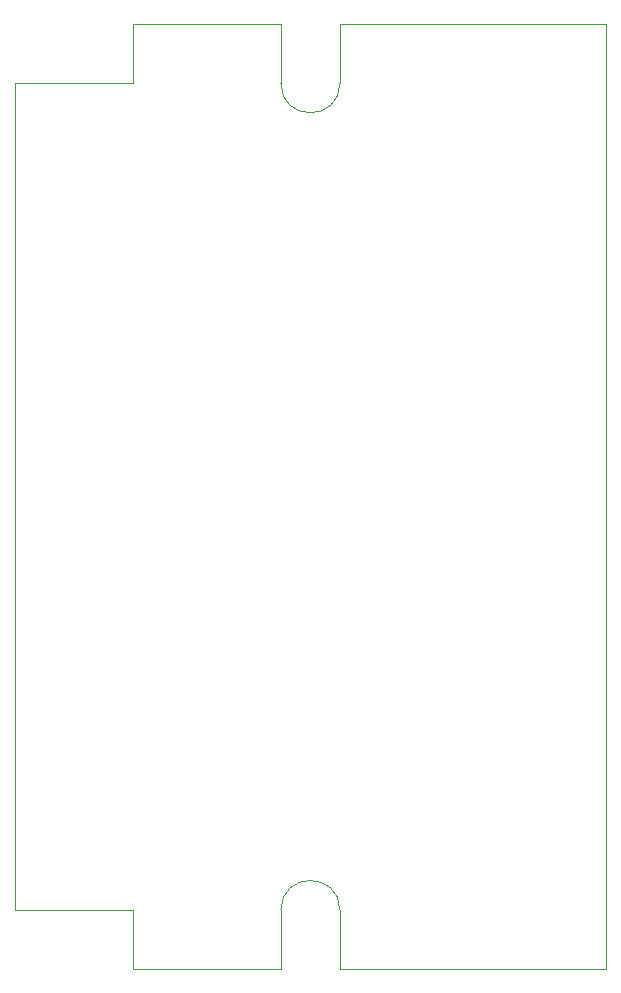
<source format=gbr>
%TF.GenerationSoftware,KiCad,Pcbnew,8.0.7*%
%TF.CreationDate,2025-01-18T18:24:10+01:00*%
%TF.ProjectId,tuff_tuff_pcb,74756666-5f74-4756-9666-5f7063622e6b,rev?*%
%TF.SameCoordinates,Original*%
%TF.FileFunction,Profile,NP*%
%FSLAX46Y46*%
G04 Gerber Fmt 4.6, Leading zero omitted, Abs format (unit mm)*
G04 Created by KiCad (PCBNEW 8.0.7) date 2025-01-18 18:24:10*
%MOMM*%
%LPD*%
G01*
G04 APERTURE LIST*
%TA.AperFunction,Profile*%
%ADD10C,0.050000*%
%TD*%
G04 APERTURE END LIST*
D10*
X-40000000Y80000000D02*
X-27500000Y80000000D01*
X-27500000Y75000000D02*
X-27500000Y80000000D01*
X-27500000Y5000000D02*
G75*
G02*
X-22500000Y5000000I2500000J0D01*
G01*
X-40000000Y75000000D02*
X-50000000Y75000000D01*
X-40000000Y5000000D02*
X-50000000Y5000000D01*
X-22500000Y75000000D02*
G75*
G02*
X-27500000Y75000000I-2500000J0D01*
G01*
X0Y0D02*
X-22500000Y0D01*
X-50000000Y5000000D02*
X-50000000Y75000000D01*
X-40000000Y0D02*
X-40000000Y5000000D01*
X-40000000Y80000000D02*
X-40000000Y75000000D01*
X-22500000Y75000000D02*
X-22500000Y80000000D01*
X-22500000Y5000000D02*
X-22500000Y0D01*
X0Y80000000D02*
X0Y0D01*
X-27500000Y5000000D02*
X-27500000Y0D01*
X-22500000Y80000000D02*
X0Y80000000D01*
X-27500000Y0D02*
X-40000000Y0D01*
M02*

</source>
